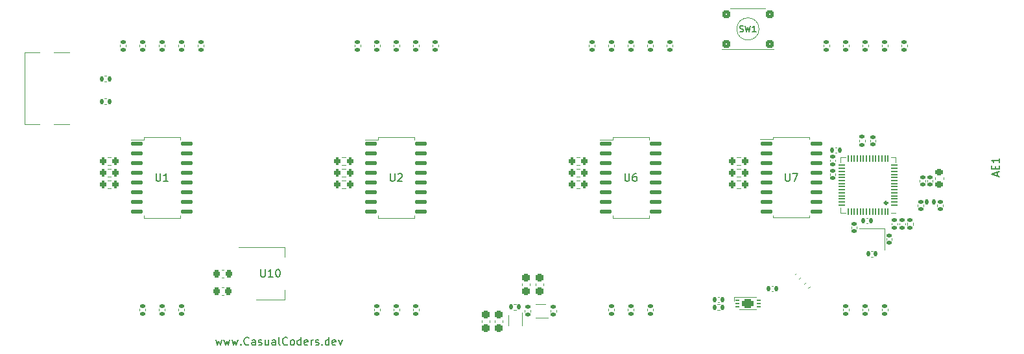
<source format=gbr>
%TF.GenerationSoftware,KiCad,Pcbnew,(6.0.9)*%
%TF.CreationDate,2022-12-19T16:18:23-05:00*%
%TF.ProjectId,Digital Clock PCB,44696769-7461-46c2-9043-6c6f636b2050,rev?*%
%TF.SameCoordinates,Original*%
%TF.FileFunction,Legend,Top*%
%TF.FilePolarity,Positive*%
%FSLAX46Y46*%
G04 Gerber Fmt 4.6, Leading zero omitted, Abs format (unit mm)*
G04 Created by KiCad (PCBNEW (6.0.9)) date 2022-12-19 16:18:23*
%MOMM*%
%LPD*%
G01*
G04 APERTURE LIST*
G04 Aperture macros list*
%AMRoundRect*
0 Rectangle with rounded corners*
0 $1 Rounding radius*
0 $2 $3 $4 $5 $6 $7 $8 $9 X,Y pos of 4 corners*
0 Add a 4 corners polygon primitive as box body*
4,1,4,$2,$3,$4,$5,$6,$7,$8,$9,$2,$3,0*
0 Add four circle primitives for the rounded corners*
1,1,$1+$1,$2,$3*
1,1,$1+$1,$4,$5*
1,1,$1+$1,$6,$7*
1,1,$1+$1,$8,$9*
0 Add four rect primitives between the rounded corners*
20,1,$1+$1,$2,$3,$4,$5,0*
20,1,$1+$1,$4,$5,$6,$7,0*
20,1,$1+$1,$6,$7,$8,$9,0*
20,1,$1+$1,$8,$9,$2,$3,0*%
%AMOutline5P*
0 Free polygon, 5 corners , with rotation*
0 The origin of the aperture is its center*
0 number of corners: always 5*
0 $1 to $10 corner X, Y*
0 $11 Rotation angle, in degrees counterclockwise*
0 create outline with 5 corners*
4,1,5,$1,$2,$3,$4,$5,$6,$7,$8,$9,$10,$1,$2,$11*%
%AMOutline6P*
0 Free polygon, 6 corners , with rotation*
0 The origin of the aperture is its center*
0 number of corners: always 6*
0 $1 to $12 corner X, Y*
0 $13 Rotation angle, in degrees counterclockwise*
0 create outline with 6 corners*
4,1,6,$1,$2,$3,$4,$5,$6,$7,$8,$9,$10,$11,$12,$1,$2,$13*%
%AMOutline7P*
0 Free polygon, 7 corners , with rotation*
0 The origin of the aperture is its center*
0 number of corners: always 7*
0 $1 to $14 corner X, Y*
0 $15 Rotation angle, in degrees counterclockwise*
0 create outline with 7 corners*
4,1,7,$1,$2,$3,$4,$5,$6,$7,$8,$9,$10,$11,$12,$13,$14,$1,$2,$15*%
%AMOutline8P*
0 Free polygon, 8 corners , with rotation*
0 The origin of the aperture is its center*
0 number of corners: always 8*
0 $1 to $16 corner X, Y*
0 $17 Rotation angle, in degrees counterclockwise*
0 create outline with 8 corners*
4,1,8,$1,$2,$3,$4,$5,$6,$7,$8,$9,$10,$11,$12,$13,$14,$15,$16,$1,$2,$17*%
G04 Aperture macros list end*
%ADD10C,0.329000*%
%ADD11C,0.150000*%
%ADD12C,0.120000*%
%ADD13RoundRect,0.237500X0.237500X-0.300000X0.237500X0.300000X-0.237500X0.300000X-0.237500X-0.300000X0*%
%ADD14RoundRect,0.135000X0.185000X-0.135000X0.185000X0.135000X-0.185000X0.135000X-0.185000X-0.135000X0*%
%ADD15RoundRect,0.137500X-0.662500X-0.137500X0.662500X-0.137500X0.662500X0.137500X-0.662500X0.137500X0*%
%ADD16RoundRect,0.140000X0.140000X0.170000X-0.140000X0.170000X-0.140000X-0.170000X0.140000X-0.170000X0*%
%ADD17RoundRect,0.135000X-0.185000X0.135000X-0.185000X-0.135000X0.185000X-0.135000X0.185000X0.135000X0*%
%ADD18R,0.400000X0.510000*%
%ADD19RoundRect,0.200000X-0.200000X-0.275000X0.200000X-0.275000X0.200000X0.275000X-0.200000X0.275000X0*%
%ADD20RoundRect,0.225000X0.225000X0.250000X-0.225000X0.250000X-0.225000X-0.250000X0.225000X-0.250000X0*%
%ADD21R,0.510000X0.400000*%
%ADD22RoundRect,0.140000X0.170000X-0.140000X0.170000X0.140000X-0.170000X0.140000X-0.170000X-0.140000X0*%
%ADD23RoundRect,0.140000X-0.170000X0.140000X-0.170000X-0.140000X0.170000X-0.140000X0.170000X0.140000X0*%
%ADD24RoundRect,0.147500X0.147500X0.172500X-0.147500X0.172500X-0.147500X-0.172500X0.147500X-0.172500X0*%
%ADD25RoundRect,0.220000X0.330000X0.330000X-0.330000X0.330000X-0.330000X-0.330000X0.330000X-0.330000X0*%
%ADD26RoundRect,0.147500X0.017678X-0.226274X0.226274X-0.017678X-0.017678X0.226274X-0.226274X0.017678X0*%
%ADD27RoundRect,0.135000X-0.135000X-0.185000X0.135000X-0.185000X0.135000X0.185000X-0.135000X0.185000X0*%
%ADD28RoundRect,0.140000X-0.140000X-0.170000X0.140000X-0.170000X0.140000X0.170000X-0.140000X0.170000X0*%
%ADD29R,0.500000X0.900000*%
%ADD30RoundRect,0.135000X0.035355X-0.226274X0.226274X-0.035355X-0.035355X0.226274X-0.226274X0.035355X0*%
%ADD31R,2.000000X1.500000*%
%ADD32R,2.000000X3.800000*%
%ADD33RoundRect,0.055000X-0.195000X0.055000X-0.195000X-0.055000X0.195000X-0.055000X0.195000X0.055000X0*%
%ADD34RoundRect,0.055000X0.195000X-0.055000X0.195000X0.055000X-0.195000X0.055000X-0.195000X-0.055000X0*%
%ADD35RoundRect,0.300000X-0.450000X0.300000X-0.450000X-0.300000X0.450000X-0.300000X0.450000X0.300000X0*%
%ADD36RoundRect,0.135000X0.135000X0.185000X-0.135000X0.185000X-0.135000X-0.185000X0.135000X-0.185000X0*%
%ADD37RoundRect,0.050000X0.387500X0.050000X-0.387500X0.050000X-0.387500X-0.050000X0.387500X-0.050000X0*%
%ADD38RoundRect,0.050000X0.050000X0.387500X-0.050000X0.387500X-0.050000X-0.387500X0.050000X-0.387500X0*%
%ADD39Outline5P,-1.975000X1.580000X-1.580000X1.975000X1.975000X1.975000X1.975000X-1.975000X-1.975000X-1.975000X180.000000*%
%ADD40C,0.650000*%
%ADD41R,1.450000X0.600000*%
%ADD42R,1.450000X0.300000*%
%ADD43O,2.100000X1.000000*%
%ADD44O,1.600000X1.000000*%
%ADD45RoundRect,0.225000X-0.250000X0.225000X-0.250000X-0.225000X0.250000X-0.225000X0.250000X0.225000X0*%
%ADD46R,1.150000X1.000000*%
%ADD47C,1.500000*%
G04 APERTURE END LIST*
D10*
X132803300Y-41402000D02*
G75*
G03*
X132803300Y-41402000I-164500J0D01*
G01*
D11*
X45152704Y-59323314D02*
X45343180Y-59989980D01*
X45533657Y-59513790D01*
X45724133Y-59989980D01*
X45914609Y-59323314D01*
X46200323Y-59323314D02*
X46390800Y-59989980D01*
X46581276Y-59513790D01*
X46771752Y-59989980D01*
X46962228Y-59323314D01*
X47247942Y-59323314D02*
X47438419Y-59989980D01*
X47628895Y-59513790D01*
X47819371Y-59989980D01*
X48009847Y-59323314D01*
X48390800Y-59894742D02*
X48438419Y-59942361D01*
X48390800Y-59989980D01*
X48343180Y-59942361D01*
X48390800Y-59894742D01*
X48390800Y-59989980D01*
X49438419Y-59894742D02*
X49390800Y-59942361D01*
X49247942Y-59989980D01*
X49152704Y-59989980D01*
X49009847Y-59942361D01*
X48914609Y-59847123D01*
X48866990Y-59751885D01*
X48819371Y-59561409D01*
X48819371Y-59418552D01*
X48866990Y-59228076D01*
X48914609Y-59132838D01*
X49009847Y-59037600D01*
X49152704Y-58989980D01*
X49247942Y-58989980D01*
X49390800Y-59037600D01*
X49438419Y-59085219D01*
X50295561Y-59989980D02*
X50295561Y-59466171D01*
X50247942Y-59370933D01*
X50152704Y-59323314D01*
X49962228Y-59323314D01*
X49866990Y-59370933D01*
X50295561Y-59942361D02*
X50200323Y-59989980D01*
X49962228Y-59989980D01*
X49866990Y-59942361D01*
X49819371Y-59847123D01*
X49819371Y-59751885D01*
X49866990Y-59656647D01*
X49962228Y-59609028D01*
X50200323Y-59609028D01*
X50295561Y-59561409D01*
X50724133Y-59942361D02*
X50819371Y-59989980D01*
X51009847Y-59989980D01*
X51105085Y-59942361D01*
X51152704Y-59847123D01*
X51152704Y-59799504D01*
X51105085Y-59704266D01*
X51009847Y-59656647D01*
X50866990Y-59656647D01*
X50771752Y-59609028D01*
X50724133Y-59513790D01*
X50724133Y-59466171D01*
X50771752Y-59370933D01*
X50866990Y-59323314D01*
X51009847Y-59323314D01*
X51105085Y-59370933D01*
X52009847Y-59323314D02*
X52009847Y-59989980D01*
X51581276Y-59323314D02*
X51581276Y-59847123D01*
X51628895Y-59942361D01*
X51724133Y-59989980D01*
X51866990Y-59989980D01*
X51962228Y-59942361D01*
X52009847Y-59894742D01*
X52914609Y-59989980D02*
X52914609Y-59466171D01*
X52866990Y-59370933D01*
X52771752Y-59323314D01*
X52581276Y-59323314D01*
X52486038Y-59370933D01*
X52914609Y-59942361D02*
X52819371Y-59989980D01*
X52581276Y-59989980D01*
X52486038Y-59942361D01*
X52438419Y-59847123D01*
X52438419Y-59751885D01*
X52486038Y-59656647D01*
X52581276Y-59609028D01*
X52819371Y-59609028D01*
X52914609Y-59561409D01*
X53533657Y-59989980D02*
X53438419Y-59942361D01*
X53390800Y-59847123D01*
X53390800Y-58989980D01*
X54486038Y-59894742D02*
X54438419Y-59942361D01*
X54295561Y-59989980D01*
X54200323Y-59989980D01*
X54057466Y-59942361D01*
X53962228Y-59847123D01*
X53914609Y-59751885D01*
X53866990Y-59561409D01*
X53866990Y-59418552D01*
X53914609Y-59228076D01*
X53962228Y-59132838D01*
X54057466Y-59037600D01*
X54200323Y-58989980D01*
X54295561Y-58989980D01*
X54438419Y-59037600D01*
X54486038Y-59085219D01*
X55057466Y-59989980D02*
X54962228Y-59942361D01*
X54914609Y-59894742D01*
X54866990Y-59799504D01*
X54866990Y-59513790D01*
X54914609Y-59418552D01*
X54962228Y-59370933D01*
X55057466Y-59323314D01*
X55200323Y-59323314D01*
X55295561Y-59370933D01*
X55343180Y-59418552D01*
X55390800Y-59513790D01*
X55390800Y-59799504D01*
X55343180Y-59894742D01*
X55295561Y-59942361D01*
X55200323Y-59989980D01*
X55057466Y-59989980D01*
X56247942Y-59989980D02*
X56247942Y-58989980D01*
X56247942Y-59942361D02*
X56152704Y-59989980D01*
X55962228Y-59989980D01*
X55866990Y-59942361D01*
X55819371Y-59894742D01*
X55771752Y-59799504D01*
X55771752Y-59513790D01*
X55819371Y-59418552D01*
X55866990Y-59370933D01*
X55962228Y-59323314D01*
X56152704Y-59323314D01*
X56247942Y-59370933D01*
X57105085Y-59942361D02*
X57009847Y-59989980D01*
X56819371Y-59989980D01*
X56724133Y-59942361D01*
X56676514Y-59847123D01*
X56676514Y-59466171D01*
X56724133Y-59370933D01*
X56819371Y-59323314D01*
X57009847Y-59323314D01*
X57105085Y-59370933D01*
X57152704Y-59466171D01*
X57152704Y-59561409D01*
X56676514Y-59656647D01*
X57581276Y-59989980D02*
X57581276Y-59323314D01*
X57581276Y-59513790D02*
X57628895Y-59418552D01*
X57676514Y-59370933D01*
X57771752Y-59323314D01*
X57866990Y-59323314D01*
X58152704Y-59942361D02*
X58247942Y-59989980D01*
X58438419Y-59989980D01*
X58533657Y-59942361D01*
X58581276Y-59847123D01*
X58581276Y-59799504D01*
X58533657Y-59704266D01*
X58438419Y-59656647D01*
X58295561Y-59656647D01*
X58200323Y-59609028D01*
X58152704Y-59513790D01*
X58152704Y-59466171D01*
X58200323Y-59370933D01*
X58295561Y-59323314D01*
X58438419Y-59323314D01*
X58533657Y-59370933D01*
X59009847Y-59894742D02*
X59057466Y-59942361D01*
X59009847Y-59989980D01*
X58962228Y-59942361D01*
X59009847Y-59894742D01*
X59009847Y-59989980D01*
X59914609Y-59989980D02*
X59914609Y-58989980D01*
X59914609Y-59942361D02*
X59819371Y-59989980D01*
X59628895Y-59989980D01*
X59533657Y-59942361D01*
X59486038Y-59894742D01*
X59438419Y-59799504D01*
X59438419Y-59513790D01*
X59486038Y-59418552D01*
X59533657Y-59370933D01*
X59628895Y-59323314D01*
X59819371Y-59323314D01*
X59914609Y-59370933D01*
X60771752Y-59942361D02*
X60676514Y-59989980D01*
X60486038Y-59989980D01*
X60390800Y-59942361D01*
X60343180Y-59847123D01*
X60343180Y-59466171D01*
X60390800Y-59370933D01*
X60486038Y-59323314D01*
X60676514Y-59323314D01*
X60771752Y-59370933D01*
X60819371Y-59466171D01*
X60819371Y-59561409D01*
X60343180Y-59656647D01*
X61152704Y-59323314D02*
X61390800Y-59989980D01*
X61628895Y-59323314D01*
%TO.C,U7*%
X119507095Y-37552380D02*
X119507095Y-38361904D01*
X119554714Y-38457142D01*
X119602333Y-38504761D01*
X119697571Y-38552380D01*
X119888047Y-38552380D01*
X119983285Y-38504761D01*
X120030904Y-38457142D01*
X120078523Y-38361904D01*
X120078523Y-37552380D01*
X120459476Y-37552380D02*
X121126142Y-37552380D01*
X120697571Y-38552380D01*
%TO.C,U1*%
X37338095Y-37552380D02*
X37338095Y-38361904D01*
X37385714Y-38457142D01*
X37433333Y-38504761D01*
X37528571Y-38552380D01*
X37719047Y-38552380D01*
X37814285Y-38504761D01*
X37861904Y-38457142D01*
X37909523Y-38361904D01*
X37909523Y-37552380D01*
X38909523Y-38552380D02*
X38338095Y-38552380D01*
X38623809Y-38552380D02*
X38623809Y-37552380D01*
X38528571Y-37695238D01*
X38433333Y-37790476D01*
X38338095Y-37838095D01*
%TO.C,U2*%
X67919695Y-37552380D02*
X67919695Y-38361904D01*
X67967314Y-38457142D01*
X68014933Y-38504761D01*
X68110171Y-38552380D01*
X68300647Y-38552380D01*
X68395885Y-38504761D01*
X68443504Y-38457142D01*
X68491123Y-38361904D01*
X68491123Y-37552380D01*
X68919695Y-37647619D02*
X68967314Y-37600000D01*
X69062552Y-37552380D01*
X69300647Y-37552380D01*
X69395885Y-37600000D01*
X69443504Y-37647619D01*
X69491123Y-37742857D01*
X69491123Y-37838095D01*
X69443504Y-37980952D01*
X68872076Y-38552380D01*
X69491123Y-38552380D01*
%TO.C,SW1*%
X113538133Y-18967409D02*
X113652419Y-19005504D01*
X113842895Y-19005504D01*
X113919085Y-18967409D01*
X113957180Y-18929314D01*
X113995276Y-18853123D01*
X113995276Y-18776933D01*
X113957180Y-18700742D01*
X113919085Y-18662647D01*
X113842895Y-18624552D01*
X113690514Y-18586457D01*
X113614323Y-18548361D01*
X113576228Y-18510266D01*
X113538133Y-18434076D01*
X113538133Y-18357885D01*
X113576228Y-18281695D01*
X113614323Y-18243600D01*
X113690514Y-18205504D01*
X113880990Y-18205504D01*
X113995276Y-18243600D01*
X114261942Y-18205504D02*
X114452419Y-19005504D01*
X114604800Y-18434076D01*
X114757180Y-19005504D01*
X114947657Y-18205504D01*
X115671466Y-19005504D02*
X115214323Y-19005504D01*
X115442895Y-19005504D02*
X115442895Y-18205504D01*
X115366704Y-18319790D01*
X115290514Y-18395980D01*
X115214323Y-18434076D01*
%TO.C,U6*%
X98552095Y-37552380D02*
X98552095Y-38361904D01*
X98599714Y-38457142D01*
X98647333Y-38504761D01*
X98742571Y-38552380D01*
X98933047Y-38552380D01*
X99028285Y-38504761D01*
X99075904Y-38457142D01*
X99123523Y-38361904D01*
X99123523Y-37552380D01*
X100028285Y-37552380D02*
X99837809Y-37552380D01*
X99742571Y-37600000D01*
X99694952Y-37647619D01*
X99599714Y-37790476D01*
X99552095Y-37980952D01*
X99552095Y-38361904D01*
X99599714Y-38457142D01*
X99647333Y-38504761D01*
X99742571Y-38552380D01*
X99933047Y-38552380D01*
X100028285Y-38504761D01*
X100075904Y-38457142D01*
X100123523Y-38361904D01*
X100123523Y-38123809D01*
X100075904Y-38028571D01*
X100028285Y-37980952D01*
X99933047Y-37933333D01*
X99742571Y-37933333D01*
X99647333Y-37980952D01*
X99599714Y-38028571D01*
X99552095Y-38123809D01*
%TO.C,AE1*%
X147140266Y-37891666D02*
X147140266Y-37415476D01*
X147425980Y-37986904D02*
X146425980Y-37653571D01*
X147425980Y-37320238D01*
X146902171Y-36986904D02*
X146902171Y-36653571D01*
X147425980Y-36510714D02*
X147425980Y-36986904D01*
X146425980Y-36986904D01*
X146425980Y-36510714D01*
X147425980Y-35558333D02*
X147425980Y-36129761D01*
X147425980Y-35844047D02*
X146425980Y-35844047D01*
X146568838Y-35939285D01*
X146664076Y-36034523D01*
X146711695Y-36129761D01*
%TO.C,U10*%
X51009704Y-50074580D02*
X51009704Y-50884104D01*
X51057323Y-50979342D01*
X51104942Y-51026961D01*
X51200180Y-51074580D01*
X51390657Y-51074580D01*
X51485895Y-51026961D01*
X51533514Y-50979342D01*
X51581133Y-50884104D01*
X51581133Y-50074580D01*
X52581133Y-51074580D02*
X52009704Y-51074580D01*
X52295419Y-51074580D02*
X52295419Y-50074580D01*
X52200180Y-50217438D01*
X52104942Y-50312676D01*
X52009704Y-50360295D01*
X53200180Y-50074580D02*
X53295419Y-50074580D01*
X53390657Y-50122200D01*
X53438276Y-50169819D01*
X53485895Y-50265057D01*
X53533514Y-50455533D01*
X53533514Y-50693628D01*
X53485895Y-50884104D01*
X53438276Y-50979342D01*
X53390657Y-51026961D01*
X53295419Y-51074580D01*
X53200180Y-51074580D01*
X53104942Y-51026961D01*
X53057323Y-50979342D01*
X53009704Y-50884104D01*
X52962085Y-50693628D01*
X52962085Y-50455533D01*
X53009704Y-50265057D01*
X53057323Y-50169819D01*
X53104942Y-50122200D01*
X53200180Y-50074580D01*
D12*
%TO.C,C21*%
X79855600Y-57042267D02*
X79855600Y-56749733D01*
X80875600Y-57042267D02*
X80875600Y-56749733D01*
%TO.C,R13*%
X64007000Y-20981641D02*
X64007000Y-20674359D01*
X63247000Y-20981641D02*
X63247000Y-20674359D01*
%TO.C,R9*%
X88824800Y-55678041D02*
X88824800Y-55370759D01*
X89584800Y-55678041D02*
X89584800Y-55370759D01*
%TO.C,U7*%
X117884000Y-33094600D02*
X116219000Y-33094600D01*
X117884000Y-32814600D02*
X117884000Y-33094600D01*
X120269000Y-43334600D02*
X117884000Y-43334600D01*
X122654000Y-32814600D02*
X122654000Y-33094600D01*
X120269000Y-32814600D02*
X117884000Y-32814600D01*
X117884000Y-43334600D02*
X117884000Y-43054600D01*
X120269000Y-32814600D02*
X122654000Y-32814600D01*
X120269000Y-43334600D02*
X122654000Y-43334600D01*
X122654000Y-43334600D02*
X122654000Y-43054600D01*
%TO.C,R36*%
X135408400Y-44298841D02*
X135408400Y-43991559D01*
X136168400Y-44298841D02*
X136168400Y-43991559D01*
%TO.C,C6*%
X130257436Y-44098800D02*
X130041764Y-44098800D01*
X130257436Y-43378800D02*
X130041764Y-43378800D01*
%TO.C,R30*%
X127001000Y-55218359D02*
X127001000Y-55525641D01*
X127761000Y-55218359D02*
X127761000Y-55525641D01*
%TO.C,Q1*%
X83301000Y-57419000D02*
X83301000Y-56119000D01*
X85101000Y-55769000D02*
X85101000Y-57419000D01*
%TO.C,R47*%
X61611742Y-38466500D02*
X62086258Y-38466500D01*
X61611742Y-39511500D02*
X62086258Y-39511500D01*
%TO.C,U1*%
X38100000Y-43360000D02*
X40485000Y-43360000D01*
X35715000Y-43360000D02*
X35715000Y-43080000D01*
X38100000Y-32840000D02*
X40485000Y-32840000D01*
X35715000Y-32840000D02*
X35715000Y-33120000D01*
X38100000Y-43360000D02*
X35715000Y-43360000D01*
X40485000Y-32840000D02*
X40485000Y-33120000D01*
X35715000Y-33120000D02*
X34050000Y-33120000D01*
X38100000Y-32840000D02*
X35715000Y-32840000D01*
X40485000Y-43360000D02*
X40485000Y-43080000D01*
%TO.C,R21*%
X94614000Y-20981641D02*
X94614000Y-20674359D01*
X93854000Y-20981641D02*
X93854000Y-20674359D01*
%TO.C,C18*%
X46165380Y-53469000D02*
X45884220Y-53469000D01*
X46165380Y-52449000D02*
X45884220Y-52449000D01*
%TO.C,U2*%
X71066600Y-43360000D02*
X71066600Y-43080000D01*
X68681600Y-43360000D02*
X71066600Y-43360000D01*
X66296600Y-33120000D02*
X64631600Y-33120000D01*
X71066600Y-32840000D02*
X71066600Y-33120000D01*
X68681600Y-32840000D02*
X71066600Y-32840000D01*
X66296600Y-43360000D02*
X66296600Y-43080000D01*
X66296600Y-32840000D02*
X66296600Y-33120000D01*
X68681600Y-32840000D02*
X66296600Y-32840000D01*
X68681600Y-43360000D02*
X66296600Y-43360000D01*
%TO.C,Q2*%
X88528400Y-56424400D02*
X86878400Y-56424400D01*
X86878400Y-54624400D02*
X88178400Y-54624400D01*
%TO.C,R31*%
X130301000Y-55218359D02*
X130301000Y-55525641D01*
X129541000Y-55218359D02*
X129541000Y-55525641D01*
%TO.C,C17*%
X110874636Y-53691200D02*
X110658964Y-53691200D01*
X110874636Y-54411200D02*
X110658964Y-54411200D01*
%TO.C,C12*%
X128113200Y-44733036D02*
X128113200Y-44517364D01*
X128833200Y-44733036D02*
X128833200Y-44517364D01*
%TO.C,R10*%
X86232000Y-55678041D02*
X86232000Y-55370759D01*
X85472000Y-55678041D02*
X85472000Y-55370759D01*
%TO.C,R25*%
X101474000Y-20981641D02*
X101474000Y-20674359D01*
X102234000Y-20981641D02*
X102234000Y-20674359D01*
%TO.C,C5*%
X137054000Y-38398564D02*
X137054000Y-38614236D01*
X137774000Y-38398564D02*
X137774000Y-38614236D01*
%TO.C,R53*%
X92218742Y-38466500D02*
X92693258Y-38466500D01*
X92218742Y-39511500D02*
X92693258Y-39511500D01*
%TO.C,SW1*%
X118004800Y-21293600D02*
X111204800Y-21293600D01*
X116904800Y-15993600D02*
X112304800Y-15993600D01*
X116054800Y-18643600D02*
G75*
G03*
X116054800Y-18643600I-1450000J0D01*
G01*
%TO.C,R44*%
X31004742Y-38466500D02*
X31479258Y-38466500D01*
X31004742Y-39511500D02*
X31479258Y-39511500D01*
%TO.C,R14*%
X66547000Y-55218359D02*
X66547000Y-55525641D01*
X65787000Y-55218359D02*
X65787000Y-55525641D01*
%TO.C,R28*%
X127001000Y-20981641D02*
X127001000Y-20674359D01*
X127761000Y-20981641D02*
X127761000Y-20674359D01*
%TO.C,R2*%
X33400000Y-20981641D02*
X33400000Y-20674359D01*
X32640000Y-20981641D02*
X32640000Y-20674359D01*
%TO.C,R26*%
X104774000Y-20981641D02*
X104774000Y-20674359D01*
X104014000Y-20981641D02*
X104014000Y-20674359D01*
%TO.C,R45*%
X61611742Y-35418500D02*
X62086258Y-35418500D01*
X61611742Y-36463500D02*
X62086258Y-36463500D01*
%TO.C,R12*%
X65787000Y-20981641D02*
X65787000Y-20674359D01*
X66547000Y-20981641D02*
X66547000Y-20674359D01*
%TO.C,R6*%
X40260000Y-20981641D02*
X40260000Y-20674359D01*
X41020000Y-20981641D02*
X41020000Y-20674359D01*
%TO.C,R16*%
X71627000Y-55218359D02*
X71627000Y-55525641D01*
X70867000Y-55218359D02*
X70867000Y-55525641D01*
%TO.C,C4*%
X137520000Y-41647164D02*
X137520000Y-41862836D01*
X136800000Y-41647164D02*
X136800000Y-41862836D01*
%TO.C,R17*%
X70867000Y-20981641D02*
X70867000Y-20674359D01*
X71627000Y-20981641D02*
X71627000Y-20674359D01*
%TO.C,R46*%
X61611742Y-36942500D02*
X62086258Y-36942500D01*
X61611742Y-37987500D02*
X62086258Y-37987500D01*
%TO.C,R37*%
X129869200Y-33425641D02*
X129869200Y-33118359D01*
X129109200Y-33425641D02*
X129109200Y-33118359D01*
%TO.C,C15*%
X125319200Y-35972636D02*
X125319200Y-35756964D01*
X126039200Y-35972636D02*
X126039200Y-35756964D01*
%TO.C,C11*%
X131271600Y-33381836D02*
X131271600Y-33166164D01*
X130551600Y-33381836D02*
X130551600Y-33166164D01*
%TO.C,R32*%
X132841000Y-55218359D02*
X132841000Y-55525641D01*
X132081000Y-55218359D02*
X132081000Y-55525641D01*
%TO.C,R50*%
X113173742Y-38466500D02*
X113648258Y-38466500D01*
X113173742Y-39511500D02*
X113648258Y-39511500D01*
%TO.C,R27*%
X99694000Y-20981641D02*
X99694000Y-20674359D01*
X98934000Y-20981641D02*
X98934000Y-20674359D01*
%TO.C,R24*%
X102234000Y-55218359D02*
X102234000Y-55525641D01*
X101474000Y-55218359D02*
X101474000Y-55525641D01*
%TO.C,R15*%
X69087000Y-55218359D02*
X69087000Y-55525641D01*
X68327000Y-55218359D02*
X68327000Y-55525641D01*
%TO.C,R54*%
X110641159Y-55447200D02*
X110948441Y-55447200D01*
X110641159Y-54687200D02*
X110948441Y-54687200D01*
%TO.C,R4*%
X38480000Y-55218359D02*
X38480000Y-55525641D01*
X37720000Y-55218359D02*
X37720000Y-55525641D01*
%TO.C,R40*%
X30580359Y-24766000D02*
X30887641Y-24766000D01*
X30580359Y-25526000D02*
X30887641Y-25526000D01*
%TO.C,U6*%
X96929000Y-33120000D02*
X95264000Y-33120000D01*
X99314000Y-32840000D02*
X101699000Y-32840000D01*
X99314000Y-32840000D02*
X96929000Y-32840000D01*
X99314000Y-43360000D02*
X96929000Y-43360000D01*
X101699000Y-32840000D02*
X101699000Y-33120000D01*
X101699000Y-43360000D02*
X101699000Y-43080000D01*
X96929000Y-32840000D02*
X96929000Y-33120000D01*
X96929000Y-43360000D02*
X96929000Y-43080000D01*
X99314000Y-43360000D02*
X101699000Y-43360000D01*
%TO.C,R8*%
X37720000Y-20981641D02*
X37720000Y-20674359D01*
X38480000Y-20981641D02*
X38480000Y-20674359D01*
%TO.C,R3*%
X35180000Y-55218359D02*
X35180000Y-55525641D01*
X35940000Y-55218359D02*
X35940000Y-55525641D01*
%TO.C,C20*%
X86866000Y-52216267D02*
X86866000Y-51923733D01*
X87886000Y-52216267D02*
X87886000Y-51923733D01*
%TO.C,R1*%
X35940000Y-20981641D02*
X35940000Y-20674359D01*
X35180000Y-20981641D02*
X35180000Y-20674359D01*
%TO.C,C1*%
X140060000Y-41647164D02*
X140060000Y-41862836D01*
X139340000Y-41647164D02*
X139340000Y-41862836D01*
%TO.C,C10*%
X130676764Y-47722200D02*
X130892436Y-47722200D01*
X130676764Y-48442200D02*
X130892436Y-48442200D01*
%TO.C,R20*%
X97154000Y-20981641D02*
X97154000Y-20674359D01*
X96394000Y-20981641D02*
X96394000Y-20674359D01*
%TO.C,C13*%
X126193436Y-34133200D02*
X125977764Y-34133200D01*
X126193436Y-34853200D02*
X125977764Y-34853200D01*
%TO.C,R38*%
X121949059Y-52011540D02*
X122166340Y-51794259D01*
X122486460Y-52548941D02*
X122703741Y-52331660D01*
%TO.C,C23*%
X81532000Y-57042267D02*
X81532000Y-56749733D01*
X82552000Y-57042267D02*
X82552000Y-56749733D01*
%TO.C,R42*%
X31004742Y-36463500D02*
X31479258Y-36463500D01*
X31004742Y-35418500D02*
X31479258Y-35418500D01*
%TO.C,R22*%
X96394000Y-55218359D02*
X96394000Y-55525641D01*
X97154000Y-55218359D02*
X97154000Y-55525641D01*
%TO.C,U10*%
X54157800Y-54057600D02*
X54157800Y-52797600D01*
X54157800Y-47237600D02*
X54157800Y-48497600D01*
X48147800Y-47237600D02*
X54157800Y-47237600D01*
X50397800Y-54057600D02*
X54157800Y-54057600D01*
%TO.C,R48*%
X113173742Y-36463500D02*
X113648258Y-36463500D01*
X113173742Y-35418500D02*
X113648258Y-35418500D01*
%TO.C,PD1*%
X113004800Y-53759200D02*
X115704800Y-53759200D01*
X115704800Y-55359200D02*
X113504800Y-55359200D01*
X112804800Y-54259200D02*
X112804800Y-53759200D01*
X112804800Y-53759200D02*
X113004800Y-53759200D01*
%TO.C,C8*%
X134116400Y-44253036D02*
X134116400Y-44037364D01*
X133396400Y-44253036D02*
X133396400Y-44037364D01*
%TO.C,C9*%
X132659800Y-46018564D02*
X132659800Y-46234236D01*
X133379800Y-46018564D02*
X133379800Y-46234236D01*
%TO.C,R43*%
X31004742Y-36942500D02*
X31479258Y-36942500D01*
X31004742Y-37987500D02*
X31479258Y-37987500D01*
%TO.C,R7*%
X43560000Y-20981641D02*
X43560000Y-20674359D01*
X42800000Y-20981641D02*
X42800000Y-20674359D01*
%TO.C,R11*%
X84354641Y-54611000D02*
X84047359Y-54611000D01*
X84354641Y-55371000D02*
X84047359Y-55371000D01*
%TO.C,C22*%
X85088000Y-52216267D02*
X85088000Y-51923733D01*
X86108000Y-52216267D02*
X86108000Y-51923733D01*
%TO.C,R5*%
X41020000Y-55218359D02*
X41020000Y-55525641D01*
X40260000Y-55218359D02*
X40260000Y-55525641D01*
%TO.C,R19*%
X68327000Y-20981641D02*
X68327000Y-20674359D01*
X69087000Y-20981641D02*
X69087000Y-20674359D01*
%TO.C,R39*%
X121267260Y-51329741D02*
X121484541Y-51112460D01*
X120729859Y-50792340D02*
X120947140Y-50575059D01*
%TO.C,C14*%
X125319200Y-37585764D02*
X125319200Y-37801436D01*
X126039200Y-37585764D02*
X126039200Y-37801436D01*
%TO.C,R52*%
X92218742Y-37987500D02*
X92693258Y-37987500D01*
X92218742Y-36942500D02*
X92693258Y-36942500D01*
%TO.C,U5*%
X133253500Y-42685000D02*
X133903500Y-42685000D01*
X133903500Y-35465000D02*
X133903500Y-36115000D01*
X133253500Y-35465000D02*
X133903500Y-35465000D01*
X126683500Y-35465000D02*
X126683500Y-36115000D01*
X126683500Y-42685000D02*
X126683500Y-42035000D01*
X127333500Y-35465000D02*
X126683500Y-35465000D01*
X127333500Y-42685000D02*
X126683500Y-42685000D01*
%TO.C,J1*%
X22104600Y-31090600D02*
X20204600Y-31090600D01*
X26004600Y-31090600D02*
X24004600Y-31090600D01*
X20204600Y-21690600D02*
X20204600Y-31090600D01*
X22104600Y-21690600D02*
X20204600Y-21690600D01*
X26004600Y-21690600D02*
X24004600Y-21690600D01*
%TO.C,R35*%
X129541000Y-20981641D02*
X129541000Y-20674359D01*
X130301000Y-20981641D02*
X130301000Y-20674359D01*
%TO.C,R23*%
X98934000Y-55218359D02*
X98934000Y-55525641D01*
X99694000Y-55218359D02*
X99694000Y-55525641D01*
%TO.C,R41*%
X30580359Y-28523200D02*
X30887641Y-28523200D01*
X30580359Y-27763200D02*
X30887641Y-27763200D01*
%TO.C,C3*%
X138019200Y-38398564D02*
X138019200Y-38614236D01*
X138739200Y-38398564D02*
X138739200Y-38614236D01*
%TO.C,R49*%
X113173742Y-36942500D02*
X113648258Y-36942500D01*
X113173742Y-37987500D02*
X113648258Y-37987500D01*
%TO.C,C16*%
X117697364Y-52268800D02*
X117913036Y-52268800D01*
X117697364Y-52988800D02*
X117913036Y-52988800D01*
%TO.C,C2*%
X139088400Y-38048020D02*
X139088400Y-38329180D01*
X140108400Y-38048020D02*
X140108400Y-38329180D01*
%TO.C,Y1*%
X132460000Y-44726400D02*
X129160000Y-44726400D01*
X132460000Y-47526400D02*
X132460000Y-44726400D01*
%TO.C,R33*%
X132841000Y-20981641D02*
X132841000Y-20674359D01*
X132081000Y-20981641D02*
X132081000Y-20674359D01*
%TO.C,R34*%
X135381000Y-20981641D02*
X135381000Y-20674359D01*
X134621000Y-20981641D02*
X134621000Y-20674359D01*
%TO.C,C7*%
X135132400Y-44253036D02*
X135132400Y-44037364D01*
X134412400Y-44253036D02*
X134412400Y-44037364D01*
%TO.C,R51*%
X92218742Y-35418500D02*
X92693258Y-35418500D01*
X92218742Y-36463500D02*
X92693258Y-36463500D01*
%TO.C,C19*%
X46177780Y-51183000D02*
X45896620Y-51183000D01*
X46177780Y-50163000D02*
X45896620Y-50163000D01*
%TO.C,R18*%
X73407000Y-20981641D02*
X73407000Y-20674359D01*
X74167000Y-20981641D02*
X74167000Y-20674359D01*
%TO.C,R29*%
X124461000Y-20981641D02*
X124461000Y-20674359D01*
X125221000Y-20981641D02*
X125221000Y-20674359D01*
%TD*%
%LPC*%
D13*
%TO.C,C21*%
X80365600Y-57758500D03*
X80365600Y-56033500D03*
%TD*%
D14*
%TO.C,R13*%
X63627000Y-21338000D03*
X63627000Y-20318000D03*
%TD*%
%TO.C,R9*%
X89204800Y-56034400D03*
X89204800Y-55014400D03*
%TD*%
D15*
%TO.C,U7*%
X117019000Y-33629600D03*
X117019000Y-34899600D03*
X117019000Y-36169600D03*
X117019000Y-37439600D03*
X117019000Y-38709600D03*
X117019000Y-39979600D03*
X117019000Y-41249600D03*
X117019000Y-42519600D03*
X123519000Y-42519600D03*
X123519000Y-41249600D03*
X123519000Y-39979600D03*
X123519000Y-38709600D03*
X123519000Y-37439600D03*
X123519000Y-36169600D03*
X123519000Y-34899600D03*
X123519000Y-33629600D03*
%TD*%
D14*
%TO.C,R36*%
X135788400Y-44655200D03*
X135788400Y-43635200D03*
%TD*%
D16*
%TO.C,C6*%
X130629600Y-43738800D03*
X129669600Y-43738800D03*
%TD*%
D17*
%TO.C,R30*%
X127381000Y-54862000D03*
X127381000Y-55882000D03*
%TD*%
D18*
%TO.C,Q1*%
X84701000Y-56124000D03*
X83701000Y-56124000D03*
X84201000Y-57414000D03*
%TD*%
D19*
%TO.C,R47*%
X61024000Y-38989000D03*
X62674000Y-38989000D03*
%TD*%
D15*
%TO.C,U1*%
X34850000Y-33655000D03*
X34850000Y-34925000D03*
X34850000Y-36195000D03*
X34850000Y-37465000D03*
X34850000Y-38735000D03*
X34850000Y-40005000D03*
X34850000Y-41275000D03*
X34850000Y-42545000D03*
X41350000Y-42545000D03*
X41350000Y-41275000D03*
X41350000Y-40005000D03*
X41350000Y-38735000D03*
X41350000Y-37465000D03*
X41350000Y-36195000D03*
X41350000Y-34925000D03*
X41350000Y-33655000D03*
%TD*%
D14*
%TO.C,R21*%
X94234000Y-21338000D03*
X94234000Y-20318000D03*
%TD*%
D20*
%TO.C,C18*%
X46799800Y-52959000D03*
X45249800Y-52959000D03*
%TD*%
D15*
%TO.C,U2*%
X65431600Y-33655000D03*
X65431600Y-34925000D03*
X65431600Y-36195000D03*
X65431600Y-37465000D03*
X65431600Y-38735000D03*
X65431600Y-40005000D03*
X65431600Y-41275000D03*
X65431600Y-42545000D03*
X71931600Y-42545000D03*
X71931600Y-41275000D03*
X71931600Y-40005000D03*
X71931600Y-38735000D03*
X71931600Y-37465000D03*
X71931600Y-36195000D03*
X71931600Y-34925000D03*
X71931600Y-33655000D03*
%TD*%
D21*
%TO.C,Q2*%
X88173400Y-56024400D03*
X88173400Y-55024400D03*
X86883400Y-55524400D03*
%TD*%
D17*
%TO.C,R31*%
X129921000Y-54862000D03*
X129921000Y-55882000D03*
%TD*%
D16*
%TO.C,C17*%
X111246800Y-54051200D03*
X110286800Y-54051200D03*
%TD*%
D22*
%TO.C,C12*%
X128473200Y-45105200D03*
X128473200Y-44145200D03*
%TD*%
D14*
%TO.C,R10*%
X85852000Y-56034400D03*
X85852000Y-55014400D03*
%TD*%
%TO.C,R25*%
X101854000Y-21338000D03*
X101854000Y-20318000D03*
%TD*%
D23*
%TO.C,C5*%
X137414000Y-38026400D03*
X137414000Y-38986400D03*
%TD*%
D24*
%TO.C,L1*%
X138915000Y-41275000D03*
X137945000Y-41275000D03*
%TD*%
D19*
%TO.C,R53*%
X91631000Y-38989000D03*
X93281000Y-38989000D03*
%TD*%
D25*
%TO.C,SW1*%
X117454800Y-20593600D03*
X111754800Y-20593600D03*
X117454800Y-16693600D03*
X111754800Y-16693600D03*
%TD*%
D19*
%TO.C,R44*%
X30417000Y-38989000D03*
X32067000Y-38989000D03*
%TD*%
D17*
%TO.C,R14*%
X66167000Y-54862000D03*
X66167000Y-55882000D03*
%TD*%
D14*
%TO.C,R28*%
X127381000Y-21338000D03*
X127381000Y-20318000D03*
%TD*%
%TO.C,R2*%
X33020000Y-21338000D03*
X33020000Y-20318000D03*
%TD*%
%TO.C,R26*%
X104394000Y-21338000D03*
X104394000Y-20318000D03*
%TD*%
D19*
%TO.C,R45*%
X61024000Y-35941000D03*
X62674000Y-35941000D03*
%TD*%
D14*
%TO.C,R12*%
X66167000Y-21338000D03*
X66167000Y-20318000D03*
%TD*%
%TO.C,R6*%
X40640000Y-21338000D03*
X40640000Y-20318000D03*
%TD*%
D17*
%TO.C,R16*%
X71247000Y-54862000D03*
X71247000Y-55882000D03*
%TD*%
D23*
%TO.C,C4*%
X137160000Y-41275000D03*
X137160000Y-42235000D03*
%TD*%
D14*
%TO.C,R17*%
X71247000Y-21338000D03*
X71247000Y-20318000D03*
%TD*%
D26*
%TO.C,L2*%
X135420053Y-40068547D03*
X136105947Y-39382653D03*
%TD*%
D19*
%TO.C,R46*%
X61024000Y-37465000D03*
X62674000Y-37465000D03*
%TD*%
D14*
%TO.C,R37*%
X129489200Y-33782000D03*
X129489200Y-32762000D03*
%TD*%
D22*
%TO.C,C15*%
X125679200Y-36344800D03*
X125679200Y-35384800D03*
%TD*%
%TO.C,C11*%
X130911600Y-33754000D03*
X130911600Y-32794000D03*
%TD*%
D17*
%TO.C,R32*%
X132461000Y-54862000D03*
X132461000Y-55882000D03*
%TD*%
D19*
%TO.C,R50*%
X112586000Y-38989000D03*
X114236000Y-38989000D03*
%TD*%
D14*
%TO.C,R27*%
X99314000Y-21338000D03*
X99314000Y-20318000D03*
%TD*%
D17*
%TO.C,R24*%
X101854000Y-54862000D03*
X101854000Y-55882000D03*
%TD*%
%TO.C,R15*%
X68707000Y-54862000D03*
X68707000Y-55882000D03*
%TD*%
D27*
%TO.C,R54*%
X110284800Y-55067200D03*
X111304800Y-55067200D03*
%TD*%
D17*
%TO.C,R4*%
X38100000Y-54862000D03*
X38100000Y-55882000D03*
%TD*%
D27*
%TO.C,R40*%
X30224000Y-25146000D03*
X31244000Y-25146000D03*
%TD*%
D15*
%TO.C,U6*%
X96064000Y-33655000D03*
X96064000Y-34925000D03*
X96064000Y-36195000D03*
X96064000Y-37465000D03*
X96064000Y-38735000D03*
X96064000Y-40005000D03*
X96064000Y-41275000D03*
X96064000Y-42545000D03*
X102564000Y-42545000D03*
X102564000Y-41275000D03*
X102564000Y-40005000D03*
X102564000Y-38735000D03*
X102564000Y-37465000D03*
X102564000Y-36195000D03*
X102564000Y-34925000D03*
X102564000Y-33655000D03*
%TD*%
D14*
%TO.C,R8*%
X38100000Y-21338000D03*
X38100000Y-20318000D03*
%TD*%
D17*
%TO.C,R3*%
X35560000Y-54862000D03*
X35560000Y-55882000D03*
%TD*%
D13*
%TO.C,C20*%
X87376000Y-52932500D03*
X87376000Y-51207500D03*
%TD*%
D14*
%TO.C,R1*%
X35560000Y-21338000D03*
X35560000Y-20318000D03*
%TD*%
D23*
%TO.C,C1*%
X139700000Y-41275000D03*
X139700000Y-42235000D03*
%TD*%
D28*
%TO.C,C10*%
X130304600Y-48082200D03*
X131264600Y-48082200D03*
%TD*%
D29*
%TO.C,AE1*%
X140563600Y-43375000D03*
%TD*%
D14*
%TO.C,R20*%
X96774000Y-21338000D03*
X96774000Y-20318000D03*
%TD*%
D16*
%TO.C,C13*%
X126565600Y-34493200D03*
X125605600Y-34493200D03*
%TD*%
D30*
%TO.C,R38*%
X121965776Y-52532224D03*
X122687024Y-51810976D03*
%TD*%
D13*
%TO.C,C23*%
X82042000Y-57758500D03*
X82042000Y-56033500D03*
%TD*%
D19*
%TO.C,R42*%
X30417000Y-35941000D03*
X32067000Y-35941000D03*
%TD*%
D17*
%TO.C,R22*%
X96774000Y-54862000D03*
X96774000Y-55882000D03*
%TD*%
D31*
%TO.C,U10*%
X49097800Y-48347600D03*
D32*
X55397800Y-50647600D03*
D31*
X49097800Y-50647600D03*
X49097800Y-52947600D03*
%TD*%
D19*
%TO.C,R48*%
X112586000Y-35941000D03*
X114236000Y-35941000D03*
%TD*%
D33*
%TO.C,PD1*%
X113204800Y-54159200D03*
X113204800Y-54559200D03*
X113204800Y-54959200D03*
D34*
X116004800Y-54959200D03*
X116004800Y-54559200D03*
X116004800Y-54159200D03*
D35*
X114604800Y-54559200D03*
%TD*%
D22*
%TO.C,C8*%
X133756400Y-44625200D03*
X133756400Y-43665200D03*
%TD*%
D23*
%TO.C,C9*%
X133019800Y-45646400D03*
X133019800Y-46606400D03*
%TD*%
D19*
%TO.C,R43*%
X30417000Y-37465000D03*
X32067000Y-37465000D03*
%TD*%
D14*
%TO.C,R7*%
X43180000Y-21338000D03*
X43180000Y-20318000D03*
%TD*%
D36*
%TO.C,R11*%
X84711000Y-54991000D03*
X83691000Y-54991000D03*
%TD*%
D13*
%TO.C,C22*%
X85598000Y-52932500D03*
X85598000Y-51207500D03*
%TD*%
D17*
%TO.C,R5*%
X40640000Y-54862000D03*
X40640000Y-55882000D03*
%TD*%
D14*
%TO.C,R19*%
X68707000Y-21338000D03*
X68707000Y-20318000D03*
%TD*%
D30*
%TO.C,R39*%
X120746576Y-51313024D03*
X121467824Y-50591776D03*
%TD*%
D23*
%TO.C,C14*%
X125679200Y-37213600D03*
X125679200Y-38173600D03*
%TD*%
D19*
%TO.C,R52*%
X91631000Y-37465000D03*
X93281000Y-37465000D03*
%TD*%
D37*
%TO.C,U5*%
X133731000Y-41675000D03*
X133731000Y-41275000D03*
X133731000Y-40875000D03*
X133731000Y-40475000D03*
X133731000Y-40075000D03*
X133731000Y-39675000D03*
X133731000Y-39275000D03*
X133731000Y-38875000D03*
X133731000Y-38475000D03*
X133731000Y-38075000D03*
X133731000Y-37675000D03*
X133731000Y-37275000D03*
X133731000Y-36875000D03*
X133731000Y-36475000D03*
D38*
X132893500Y-35637500D03*
X132493500Y-35637500D03*
X132093500Y-35637500D03*
X131693500Y-35637500D03*
X131293500Y-35637500D03*
X130893500Y-35637500D03*
X130493500Y-35637500D03*
X130093500Y-35637500D03*
X129693500Y-35637500D03*
X129293500Y-35637500D03*
X128893500Y-35637500D03*
X128493500Y-35637500D03*
X128093500Y-35637500D03*
X127693500Y-35637500D03*
D37*
X126856000Y-36475000D03*
X126856000Y-36875000D03*
X126856000Y-37275000D03*
X126856000Y-37675000D03*
X126856000Y-38075000D03*
X126856000Y-38475000D03*
X126856000Y-38875000D03*
X126856000Y-39275000D03*
X126856000Y-39675000D03*
X126856000Y-40075000D03*
X126856000Y-40475000D03*
X126856000Y-40875000D03*
X126856000Y-41275000D03*
X126856000Y-41675000D03*
D38*
X127693500Y-42512500D03*
X128093500Y-42512500D03*
X128493500Y-42512500D03*
X128893500Y-42512500D03*
X129293500Y-42512500D03*
X129693500Y-42512500D03*
X130093500Y-42512500D03*
X130493500Y-42512500D03*
X130893500Y-42512500D03*
X131293500Y-42512500D03*
X131693500Y-42512500D03*
X132093500Y-42512500D03*
X132493500Y-42512500D03*
X132893500Y-42512500D03*
D39*
X130293500Y-39075000D03*
%TD*%
D40*
%TO.C,J1*%
X26704600Y-23500600D03*
X26704600Y-29280600D03*
D41*
X28149600Y-23140600D03*
X28149600Y-23940600D03*
D42*
X28149600Y-25140600D03*
X28149600Y-26140600D03*
X28149600Y-26640600D03*
X28149600Y-27640600D03*
D41*
X28149600Y-28840600D03*
X28149600Y-29640600D03*
X28149600Y-29640600D03*
X28149600Y-28840600D03*
D42*
X28149600Y-28140600D03*
X28149600Y-27140600D03*
X28149600Y-25640600D03*
X28149600Y-24640600D03*
D41*
X28149600Y-23940600D03*
X28149600Y-23140600D03*
D43*
X27234600Y-22070600D03*
X27234600Y-30710600D03*
D44*
X23054600Y-22070600D03*
X23054600Y-30710600D03*
%TD*%
D14*
%TO.C,R35*%
X129921000Y-21338000D03*
X129921000Y-20318000D03*
%TD*%
D17*
%TO.C,R23*%
X99314000Y-54862000D03*
X99314000Y-55882000D03*
%TD*%
D27*
%TO.C,R41*%
X30224000Y-28143200D03*
X31244000Y-28143200D03*
%TD*%
D23*
%TO.C,C3*%
X138379200Y-38026400D03*
X138379200Y-38986400D03*
%TD*%
D19*
%TO.C,R49*%
X112586000Y-37465000D03*
X114236000Y-37465000D03*
%TD*%
D28*
%TO.C,C16*%
X117325200Y-52628800D03*
X118285200Y-52628800D03*
%TD*%
D45*
%TO.C,C2*%
X139598400Y-37413600D03*
X139598400Y-38963600D03*
%TD*%
D46*
%TO.C,Y1*%
X131685000Y-45426400D03*
X129935000Y-45426400D03*
X129935000Y-46826400D03*
X131685000Y-46826400D03*
%TD*%
D14*
%TO.C,R33*%
X132461000Y-21338000D03*
X132461000Y-20318000D03*
%TD*%
%TO.C,R34*%
X135001000Y-21338000D03*
X135001000Y-20318000D03*
%TD*%
D22*
%TO.C,C7*%
X134772400Y-44625200D03*
X134772400Y-43665200D03*
%TD*%
D19*
%TO.C,R51*%
X91631000Y-35941000D03*
X93281000Y-35941000D03*
%TD*%
D20*
%TO.C,C19*%
X46812200Y-50673000D03*
X45262200Y-50673000D03*
%TD*%
D14*
%TO.C,R18*%
X73787000Y-21338000D03*
X73787000Y-20318000D03*
%TD*%
%TO.C,R29*%
X124841000Y-21338000D03*
X124841000Y-20318000D03*
%TD*%
D47*
%TO.C,U4*%
X73780000Y-58100000D03*
X71240000Y-58100000D03*
X68700000Y-58100000D03*
X66160000Y-58100000D03*
X63620000Y-58100000D03*
X63620000Y-18100000D03*
X66160000Y-18100000D03*
X68700000Y-18100000D03*
X71240000Y-18100000D03*
X73780000Y-18100000D03*
%TD*%
%TO.C,U9*%
X134980000Y-58100000D03*
X132440000Y-58100000D03*
X129900000Y-58100000D03*
X127360000Y-58100000D03*
X124820000Y-58100000D03*
X124820000Y-18100000D03*
X127360000Y-18100000D03*
X129900000Y-18100000D03*
X132440000Y-18100000D03*
X134980000Y-18100000D03*
%TD*%
%TO.C,U8*%
X104380000Y-58100000D03*
X101840000Y-58100000D03*
X99300000Y-58100000D03*
X96760000Y-58100000D03*
X94220000Y-58100000D03*
X94220000Y-18100000D03*
X96760000Y-18100000D03*
X99300000Y-18100000D03*
X101840000Y-18100000D03*
X104380000Y-18100000D03*
%TD*%
%TO.C,U3*%
X43180000Y-58100000D03*
X40640000Y-58100000D03*
X38100000Y-58100000D03*
X35560000Y-58100000D03*
X33020000Y-58100000D03*
X33020000Y-18100000D03*
X35560000Y-18100000D03*
X38100000Y-18100000D03*
X40640000Y-18100000D03*
X43180000Y-18100000D03*
%TD*%
M02*

</source>
